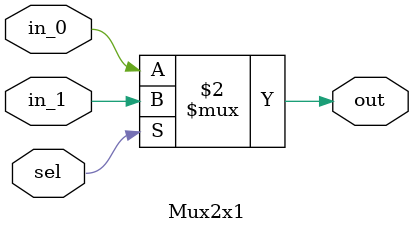
<source format=v>

module Mux2x1 (
input in_0 , in_1 , sel ,  
output out 
);

assign out = (sel == 0)? in_0 : in_1 ; 

endmodule 

</source>
